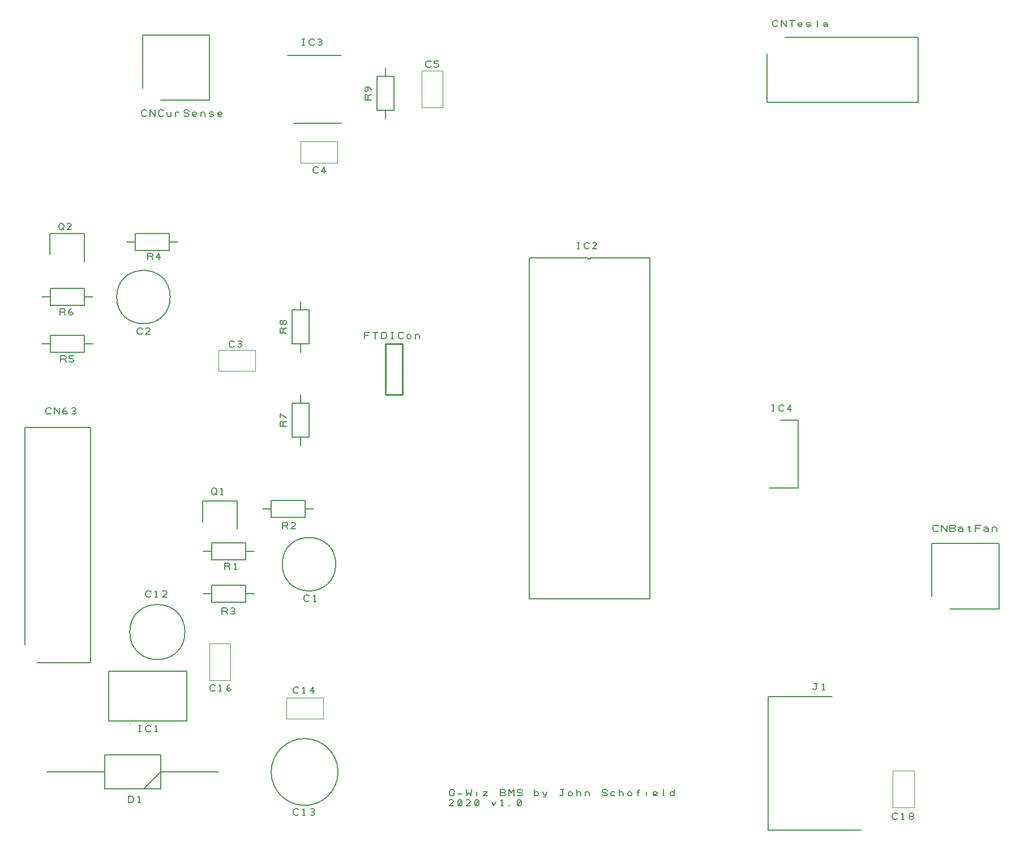
<source format=gbr>
G04 DesignSpark PCB Gerber Version 9.0 Build 5138 *
%FSLAX35Y35*%
%MOIN*%
%ADD103C,0.00394*%
%ADD101C,0.00500*%
%ADD102C,0.00787*%
%ADD10C,0.01000*%
X0Y0D02*
D02*
D10*
X233100Y270659D02*
Y300659D01*
X223100*
Y270659*
X233100*
D02*
D101*
X20600Y300659D02*
X25600D01*
X26225Y259722D02*
X25913Y259409D01*
X25287Y259096*
X24350*
X23725Y259409*
X23413Y259722*
X23100Y260346*
Y261596*
X23413Y262222*
X23725Y262534*
X24350Y262846*
X25287*
X25913Y262534*
X26225Y262222*
X28100Y259096D02*
Y262846D01*
X31225Y259096*
Y262846*
X33100Y260034D02*
X33413Y260659D01*
X34037Y260972*
X34663*
X35287Y260659*
X35600Y260034*
X35287Y259409*
X34663Y259096*
X34037*
X33413Y259409*
X33100Y260034*
Y260972*
X33413Y261909*
X34037Y262534*
X34663Y262846*
X38413Y259409D02*
X39037Y259096D01*
X39663*
X40287Y259409*
X40600Y260034*
X40287Y260659*
X39663Y260972*
X39037*
X39663D02*
X40287Y261284D01*
X40600Y261909*
X40287Y262534*
X39663Y262846*
X39037*
X38413Y262534*
X25600Y295659D02*
Y305659D01*
X45600*
Y295659*
X25600*
Y328159D02*
X20600D01*
X30600Y369165D02*
Y370415D01*
X30913Y371041*
X31225Y371353*
X31850Y371665*
X32475*
X33100Y371353*
X33413Y371041*
X33725Y370415*
Y369165*
X33413Y368541*
X33100Y368228*
X32475Y367915*
X31850*
X31225Y368228*
X30913Y368541*
X30600Y369165*
X32787Y368853D02*
X33725Y367915D01*
X38100D02*
X35600D01*
X37787Y370103*
X38100Y370728*
X37787Y371353*
X37163Y371665*
X36225*
X35600Y371353*
X31407Y317522D02*
Y321272D01*
X33594*
X34220Y320959*
X34532Y320334*
X34220Y319709*
X33594Y319397*
X31407*
X33594D02*
X34532Y317522D01*
X36407Y318459D02*
X36720Y319084D01*
X37344Y319397*
X37970*
X38594Y319084*
X38907Y318459*
X38594Y317834*
X37970Y317522*
X37344*
X36720Y317834*
X36407Y318459*
Y319397*
X36720Y320334*
X37344Y320959*
X37970Y321272*
X31850Y289805D02*
Y293555D01*
X34037*
X34663Y293243*
X34975Y292618*
X34663Y291993*
X34037Y291680*
X31850*
X34037D02*
X34975Y289805D01*
X36850Y290118D02*
X37475Y289805D01*
X38413*
X39037Y290118*
X39350Y290743*
Y291055*
X39037Y291680*
X38413Y291993*
X36850*
Y293555*
X39350*
X45600Y300659D02*
X50600D01*
X45600Y333159D02*
Y323159D01*
X25600*
Y333159*
X45600*
X50600Y328159D02*
X45600D01*
X71722Y30278D02*
Y34028D01*
X73597*
X74222Y33715*
X74535Y33403*
X74847Y32778*
Y31528*
X74535Y30903*
X74222Y30590*
X73597Y30278*
X71722*
X77347D02*
X78597D01*
X77972D02*
Y34028D01*
X77347Y33403*
X75738Y360659D02*
X70738D01*
X77699Y71852D02*
X78949D01*
X78324D02*
Y75602D01*
X77699D02*
X78949D01*
X84887Y72478D02*
X84574Y72165D01*
X83949Y71852*
X83011*
X82387Y72165*
X82074Y72478*
X81761Y73102*
Y74352*
X82074Y74978*
X82387Y75290*
X83011Y75602*
X83949*
X84574Y75290*
X84887Y74978*
X87387Y71852D02*
X88637D01*
X88011D02*
Y75602D01*
X87387Y74978*
X79887Y306808D02*
X79574Y306496D01*
X78949Y306183*
X78011*
X77387Y306496*
X77074Y306808*
X76761Y307433*
Y308683*
X77074Y309308*
X77387Y309621*
X78011Y309933*
X78949*
X79574Y309621*
X79887Y309308*
X84261Y306183D02*
X81761D01*
X83949Y308371*
X84261Y308996*
X83949Y309621*
X83324Y309933*
X82387*
X81761Y309621*
X82406Y435312D02*
X82094Y435000D01*
X81469Y434687*
X80531*
X79906Y435000*
X79594Y435312*
X79281Y435937*
Y437187*
X79594Y437812*
X79906Y438125*
X80531Y438437*
X81469*
X82094Y438125*
X82406Y437812*
X84281Y434687D02*
Y438437D01*
X87406Y434687*
Y438437*
X92406Y435312D02*
X92094Y435000D01*
X91469Y434687*
X90531*
X89906Y435000*
X89594Y435312*
X89281Y435937*
Y437187*
X89594Y437812*
X89906Y438125*
X90531Y438437*
X91469*
X92094Y438125*
X92406Y437812*
X94281Y437187D02*
Y435625D01*
X94594Y435000*
X95219Y434687*
X95844*
X96469Y435000*
X96781Y435625*
Y437187D02*
Y434687D01*
X99281D02*
Y437187D01*
Y436250D02*
X99594Y436875D01*
X100219Y437187*
X100844*
X101469Y436875*
X104281Y435625D02*
X104594Y435000D01*
X105219Y434687*
X106469*
X107094Y435000*
X107406Y435625*
X107094Y436250*
X106469Y436562*
X105219*
X104594Y436875*
X104281Y437500*
X104594Y438125*
X105219Y438437*
X106469*
X107094Y438125*
X107406Y437500*
X111781Y435000D02*
X111469Y434687D01*
X110844*
X110219*
X109594Y435000*
X109281Y435625*
Y436562*
X109594Y436875*
X110219Y437187*
X110844*
X111469Y436875*
X111781Y436562*
Y436250*
X111469Y435937*
X110844Y435625*
X110219*
X109594Y435937*
X109281Y436250*
X114281Y434687D02*
Y437187D01*
Y436250D02*
X114594Y436875D01*
X115219Y437187*
X115844*
X116469Y436875*
X116781Y436250*
Y434687*
X119281Y435000D02*
X119906Y434687D01*
X121156*
X121781Y435000*
Y435625*
X121156Y435937*
X119906*
X119281Y436250*
Y436875*
X119906Y437187*
X121156*
X121781Y436875*
X126781Y435000D02*
X126469Y434687D01*
X125844*
X125219*
X124594Y435000*
X124281Y435625*
Y436562*
X124594Y436875*
X125219Y437187*
X125844*
X126469Y436875*
X126781Y436562*
Y436250*
X126469Y435937*
X125844Y435625*
X125219*
X124594Y435937*
X124281Y436250*
X84926Y151848D02*
X84613Y151535D01*
X83988Y151222*
X83051*
X82426Y151535*
X82113Y151848*
X81801Y152472*
Y153722*
X82113Y154348*
X82426Y154660*
X83051Y154972*
X83988*
X84613Y154660*
X84926Y154348*
X87426Y151222D02*
X88676D01*
X88051D02*
Y154972D01*
X87426Y154348*
X94301Y151222D02*
X91801D01*
X93988Y153410*
X94301Y154035*
X93988Y154660*
X93363Y154972*
X92426*
X91801Y154660*
X83100Y350278D02*
Y354028D01*
X85287*
X85913Y353715*
X86225Y353090*
X85913Y352465*
X85287Y352153*
X83100*
X85287D02*
X86225Y350278D01*
X89663D02*
Y354028D01*
X88100Y351528*
X90600*
X95738Y365659D02*
Y355659D01*
X75738*
Y365659*
X95738*
X100738Y360659D02*
X95738D01*
X115600Y153159D02*
X120600D01*
X122721Y96415D02*
X122409Y96102D01*
X121783Y95789*
X120846*
X120221Y96102*
X119909Y96415*
X119596Y97039*
Y98289*
X119909Y98915*
X120221Y99227*
X120846Y99539*
X121783*
X122409Y99227*
X122721Y98915*
X125221Y95789D02*
X126471D01*
X125846D02*
Y99539D01*
X125221Y98915*
X129596Y96727D02*
X129909Y97352D01*
X130533Y97665*
X131159*
X131783Y97352*
X132096Y96727*
X131783Y96102*
X131159Y95789*
X130533*
X129909Y96102*
X129596Y96727*
Y97665*
X129909Y98602*
X130533Y99227*
X131159Y99539*
X120600Y148159D02*
Y158159D01*
X140600*
Y148159*
X120600*
Y178159D02*
X115600D01*
X120600Y212945D02*
Y214195D01*
X120913Y214820*
X121225Y215133*
X121850Y215445*
X122475*
X123100Y215133*
X123413Y214820*
X123725Y214195*
Y212945*
X123413Y212320*
X123100Y212007*
X122475Y211695*
X121850*
X121225Y212007*
X120913Y212320*
X120600Y212945*
X122787Y212633D02*
X123725Y211695D01*
X126225D02*
X127475D01*
X126850D02*
Y215445D01*
X126225Y214820*
X126850Y141144D02*
Y144894D01*
X129037*
X129663Y144581*
X129975Y143956*
X129663Y143331*
X129037Y143019*
X126850*
X129037D02*
X129975Y141144D01*
X132163Y141456D02*
X132787Y141144D01*
X133413*
X134037Y141456*
X134350Y142081*
X134037Y142706*
X133413Y143019*
X132787*
X133413D02*
X134037Y143331D01*
X134350Y143956*
X134037Y144581*
X133413Y144894*
X132787*
X132163Y144581*
X128415Y167600D02*
Y171350D01*
X130602*
X131228Y171038*
X131540Y170413*
X131228Y169788*
X130602Y169476*
X128415*
X130602D02*
X131540Y167600D01*
X134040D02*
X135290D01*
X134665D02*
Y171350D01*
X134040Y170726*
X134060Y299249D02*
X133747Y298937D01*
X133122Y298624*
X132185*
X131560Y298937*
X131247Y299249*
X130935Y299874*
Y301124*
X131247Y301749*
X131560Y302062*
X132185Y302374*
X133122*
X133747Y302062*
X134060Y301749*
X136247Y298937D02*
X136872Y298624D01*
X137497*
X138122Y298937*
X138435Y299562*
X138122Y300187*
X137497Y300499*
X136872*
X137497D02*
X138122Y300812D01*
X138435Y301437*
X138122Y302062*
X137497Y302374*
X136872*
X136247Y302062*
X140600Y153159D02*
X145600D01*
X140600Y183159D02*
Y173159D01*
X120600*
Y183159*
X140600*
X145600Y178159D02*
X140600D01*
X155600Y203159D02*
X150600D01*
X162431Y191537D02*
Y195287D01*
X164618*
X165243Y194975*
X165556Y194350*
X165243Y193725*
X164618Y193413*
X162431*
X164618D02*
X165556Y191537D01*
X169931D02*
X167431D01*
X169618Y193725*
X169931Y194350*
X169618Y194975*
X168993Y195287*
X168056*
X167431Y194975*
X164663Y251909D02*
X160913D01*
Y254096*
X161225Y254722*
X161850Y255034*
X162475Y254722*
X162787Y254096*
Y251909*
Y254096D02*
X164663Y255034D01*
Y256909D02*
X160913Y259409D01*
Y256909*
X164663Y306909D02*
X160913D01*
Y309096*
X161225Y309722*
X161850Y310034*
X162475Y309722*
X162787Y309096*
Y306909*
Y309096D02*
X164663Y310034D01*
X162787Y312846D02*
Y313472D01*
X162475Y314096*
X161850Y314409*
X161225Y314096*
X160913Y313472*
Y312846*
X161225Y312222*
X161850Y311909*
X162475Y312222*
X162787Y312846*
X163100Y312222*
X163725Y311909*
X164350Y312222*
X164663Y312846*
Y313472*
X164350Y314096*
X163725Y314409*
X163100Y314096*
X162787Y313472*
X171855Y23344D02*
X171543Y23031D01*
X170917Y22719*
X169980*
X169355Y23031*
X169043Y23344*
X168730Y23969*
Y25219*
X169043Y25844*
X169355Y26156*
X169980Y26469*
X170917*
X171543Y26156*
X171855Y25844*
X174355Y22719D02*
X175605D01*
X174980D02*
Y26469D01*
X174355Y25844*
X179043Y23031D02*
X179667Y22719D01*
X180293*
X180917Y23031*
X181230Y23656*
X180917Y24281*
X180293Y24594*
X179667*
X180293D02*
X180917Y24906D01*
X181230Y25531*
X180917Y26156*
X180293Y26469*
X179667*
X179043Y26156*
X171855Y95155D02*
X171543Y94842D01*
X170917Y94530*
X169980*
X169355Y94842*
X169043Y95155*
X168730Y95780*
Y97030*
X169043Y97655*
X169355Y97967*
X169980Y98280*
X170917*
X171543Y97967*
X171855Y97655*
X174355Y94530D02*
X175605D01*
X174980D02*
Y98280D01*
X174355Y97655*
X180293Y94530D02*
Y98280D01*
X178730Y95780*
X181230*
X173100Y240659D02*
Y245659D01*
Y265659D02*
Y270659D01*
Y295659D02*
Y300659D01*
Y320659D02*
Y325659D01*
X174037Y476596D02*
X175287D01*
X174663D02*
Y480346D01*
X174037D02*
X175287D01*
X181225Y477222D02*
X180913Y476909D01*
X180287Y476596*
X179350*
X178725Y476909*
X178413Y477222*
X178100Y477846*
Y479096*
X178413Y479722*
X178725Y480034*
X179350Y480346*
X180287*
X180913Y480034*
X181225Y479722*
X183413Y476909D02*
X184037Y476596D01*
X184663*
X185287Y476909*
X185600Y477534*
X185287Y478159*
X184663Y478472*
X184037*
X184663D02*
X185287Y478784D01*
X185600Y479409*
X185287Y480034*
X184663Y480346*
X184037*
X183413Y480034*
X178154Y149328D02*
X177842Y149015D01*
X177217Y148703*
X176279*
X175654Y149015*
X175342Y149328*
X175029Y149953*
Y151203*
X175342Y151828*
X175654Y152141*
X176279Y152453*
X177217*
X177842Y152141*
X178154Y151828*
X180654Y148703D02*
X181904D01*
X181279D02*
Y152453D01*
X180654Y151828*
X175600Y208159D02*
Y198159D01*
X155600*
Y208159*
X175600*
X178100Y245659D02*
X168100D01*
Y265659*
X178100*
Y245659*
Y300659D02*
X168100D01*
Y320659*
X178100*
Y300659*
X183528Y401749D02*
X183216Y401437D01*
X182591Y401124*
X181653*
X181028Y401437*
X180716Y401749*
X180403Y402374*
Y403624*
X180716Y404249*
X181028Y404562*
X181653Y404874*
X182591*
X183216Y404562*
X183528Y404249*
X186966Y401124D02*
Y404874D01*
X185403Y402374*
X187903*
X180600Y203159D02*
X175600D01*
X210600Y303663D02*
Y307413D01*
X213725*
X213100Y305539D02*
X210600D01*
X217163Y303663D02*
Y307413D01*
X215600D02*
X218725D01*
X220600Y303663D02*
Y307413D01*
X222475*
X223100Y307101*
X223413Y306789*
X223725Y306163*
Y304913*
X223413Y304289*
X223100Y303976*
X222475Y303663*
X220600*
X226537D02*
X227787D01*
X227163D02*
Y307413D01*
X226537D02*
X227787D01*
X233725Y304289D02*
X233413Y303976D01*
X232787Y303663*
X231850*
X231225Y303976*
X230913Y304289*
X230600Y304913*
Y306163*
X230913Y306789*
X231225Y307101*
X231850Y307413*
X232787*
X233413Y307101*
X233725Y306789*
X235600Y304601D02*
X235913Y303976D01*
X236537Y303663*
X237163*
X237787Y303976*
X238100Y304601*
Y305226*
X237787Y305851*
X237163Y306163*
X236537*
X235913Y305851*
X235600Y305226*
Y304601*
X240600Y303663D02*
Y306163D01*
Y305226D02*
X240913Y305851D01*
X241537Y306163*
X242163*
X242787Y305851*
X243100Y305226*
Y303663*
X214663Y444409D02*
X210913D01*
Y446596*
X211225Y447222*
X211850Y447534*
X212475Y447222*
X212787Y446596*
Y444409*
Y446596D02*
X214663Y447534D01*
Y450346D02*
X214350Y450972D01*
X213725Y451596*
X212787Y451909*
X211850*
X211225Y451596*
X210913Y450972*
Y450346*
X211225Y449722*
X211850Y449409*
X212475Y449722*
X212787Y450346*
Y450972*
X212475Y451596*
X211850Y451909*
X223100Y433159D02*
Y438159D01*
Y458159D02*
Y463159D01*
X228100Y438159D02*
X218100D01*
Y458159*
X228100*
Y438159*
X249965Y464289D02*
X249653Y463976D01*
X249028Y463663*
X248090*
X247465Y463976*
X247153Y464289*
X246840Y464913*
Y466163*
X247153Y466789*
X247465Y467101*
X248090Y467413*
X249028*
X249653Y467101*
X249965Y466789*
X251840Y463976D02*
X252465Y463663D01*
X253403*
X254028Y463976*
X254340Y464601*
Y464913*
X254028Y465539*
X253403Y465851*
X251840*
Y467413*
X254340*
X262787Y35659D02*
X263725D01*
Y35346*
X263413Y34722*
X263100Y34409*
X262475Y34096*
X261850*
X261225Y34409*
X260913Y34722*
X260600Y35346*
Y36596*
X260913Y37222*
X261225Y37534*
X261850Y37846*
X262475*
X263100Y37534*
X263413Y37222*
X263725Y36596*
X265600Y35346D02*
X268100D01*
X270600Y37846D02*
X270913Y34096D01*
X272163Y35972*
X273413Y34096*
X273725Y37846*
X276850Y34096D02*
Y36596D01*
Y37534D02*
X280600Y36596*
X283100D01*
X280600Y34096*
X283100*
X292787Y35972D02*
X293413Y35659D01*
X293725Y35034*
X293413Y34409*
X292787Y34096*
X290600*
Y37846*
X292787*
X293413Y37534*
X293725Y36909*
X293413Y36284*
X292787Y35972*
X290600*
X295600Y34096D02*
Y37846D01*
X297163Y35972*
X298725Y37846*
Y34096*
X300600Y35034D02*
X300913Y34409D01*
X301537Y34096*
X302787*
X303413Y34409*
X303725Y35034*
X303413Y35659*
X302787Y35972*
X301537*
X300913Y36284*
X300600Y36909*
X300913Y37534*
X301537Y37846*
X302787*
X303413Y37534*
X303725Y36909*
X310600Y35034D02*
X310913Y34409D01*
X311537Y34096*
X312163*
X312787Y34409*
X313100Y35034*
Y35659*
X312787Y36284*
X312163Y36596*
X311537*
X310913Y36284*
X310600Y35659*
Y34096D02*
Y37846D01*
X315600Y36596D02*
X315913Y35346D01*
X316537Y34722*
X317163*
X317787Y35346*
X318100Y36596*
X317787Y35346D02*
X317475Y34096D01*
X317163Y33472*
X316537Y33159*
X315913Y33472*
X325600Y34722D02*
X325913Y34409D01*
X326537Y34096*
X327163Y34409*
X327475Y34722*
Y37846*
X328100*
X327475D02*
X326225D01*
X330600Y35034D02*
X330913Y34409D01*
X331537Y34096*
X332163*
X332787Y34409*
X333100Y35034*
Y35659*
X332787Y36284*
X332163Y36596*
X331537*
X330913Y36284*
X330600Y35659*
Y35034*
X335600Y34096D02*
Y37846D01*
Y35659D02*
X335913Y36284D01*
X336537Y36596*
X337163*
X337787Y36284*
X338100Y35659*
Y34096*
X340600D02*
Y36596D01*
Y35659D02*
X340913Y36284D01*
X341537Y36596*
X342163*
X342787Y36284*
X343100Y35659*
Y34096*
X350600Y35034D02*
X350913Y34409D01*
X351537Y34096*
X352787*
X353413Y34409*
X353725Y35034*
X353413Y35659*
X352787Y35972*
X351537*
X350913Y36284*
X350600Y36909*
X350913Y37534*
X351537Y37846*
X352787*
X353413Y37534*
X353725Y36909*
X358100Y36284D02*
X357475Y36596D01*
X356537*
X355913Y36284*
X355600Y35659*
Y35034*
X355913Y34409*
X356537Y34096*
X357475*
X358100Y34409*
X360600Y34096D02*
Y37846D01*
Y35659D02*
X360913Y36284D01*
X361537Y36596*
X362163*
X362787Y36284*
X363100Y35659*
Y34096*
X365600Y35034D02*
X365913Y34409D01*
X366537Y34096*
X367163*
X367787Y34409*
X368100Y35034*
Y35659*
X367787Y36284*
X367163Y36596*
X366537*
X365913Y36284*
X365600Y35659*
Y35034*
X371850Y34096D02*
Y37222D01*
X372163Y37534*
X372475*
X372787Y37222*
X371225Y36284D02*
X372475D01*
X376850Y34096D02*
Y36596D01*
Y37534D02*
X383100Y34409*
X382787Y34096D01*
X382163*
X381537*
X380913Y34409*
X380600Y35034*
Y35972*
X380913Y36284*
X381537Y36596*
X382163*
X382787Y36284*
X383100Y35972*
Y35659*
X382787Y35346*
X382163Y35034*
X381537*
X380913Y35346*
X380600Y35659*
X387163Y34096D02*
X386850D01*
Y37846*
X393100Y35659D02*
X392787Y36284D01*
X392163Y36596*
X391537*
X390913Y36284*
X390600Y35659*
Y35034*
X390913Y34409*
X391537Y34096*
X392163*
X392787Y34409*
X393100Y35034*
Y34096D02*
Y37846D01*
X263100Y28096D02*
X260600D01*
X262787Y30284*
X263100Y30909*
X262787Y31534*
X262163Y31846*
X261225*
X260600Y31534*
X265913Y28409D02*
X266537Y28096D01*
X267163*
X267787Y28409*
X268100Y29034*
Y30909*
X267787Y31534*
X267163Y31846*
X266537*
X265913Y31534*
X265600Y30909*
Y29034*
X265913Y28409*
X267787Y31534*
X273100Y28096D02*
X270600D01*
X272787Y30284*
X273100Y30909*
X272787Y31534*
X272163Y31846*
X271225*
X270600Y31534*
X275913Y28409D02*
X276537Y28096D01*
X277163*
X277787Y28409*
X278100Y29034*
Y30909*
X277787Y31534*
X277163Y31846*
X276537*
X275913Y31534*
X275600Y30909*
Y29034*
X275913Y28409*
X277787Y31534*
X285600Y30596D02*
X286850Y28096D01*
X288100Y30596*
X291225Y28096D02*
X292475D01*
X291850D02*
Y31846D01*
X291225Y31222*
X295913Y28096D02*
X296225Y28409D01*
X295913Y28722*
X295600Y28409*
X295913Y28096*
X300913Y28409D02*
X301537Y28096D01*
X302163*
X302787Y28409*
X303100Y29034*
Y30909*
X302787Y31534*
X302163Y31846*
X301537*
X300913Y31534*
X300600Y30909*
Y29034*
X300913Y28409*
X302787Y31534*
X335967Y356596D02*
X337217D01*
X336592D02*
Y360346D01*
X335967D02*
X337217D01*
X343154Y357222D02*
X342842Y356909D01*
X342217Y356596*
X341279*
X340654Y356909*
X340342Y357222*
X340029Y357846*
Y359096*
X340342Y359722*
X340654Y360034*
X341279Y360346*
X342217*
X342842Y360034*
X343154Y359722*
X347529Y356596D02*
X345029D01*
X347217Y358784*
X347529Y359409*
X347217Y360034*
X346592Y360346*
X345654*
X345029Y360034*
X378600Y351159D02*
Y150159D01*
X307600*
Y351159*
X342475*
Y350534*
X343725*
Y351159*
X378600*
X450612Y260829D02*
X451862D01*
X451237D02*
Y264579D01*
X450612D02*
X451862D01*
X457800Y261454D02*
X457487Y261141D01*
X456862Y260829*
X455925*
X455300Y261141*
X454987Y261454*
X454675Y262079*
Y263329*
X454987Y263954*
X455300Y264267*
X455925Y264579*
X456862*
X457487Y264267*
X457800Y263954*
X461237Y260829D02*
Y264579D01*
X459675Y262079*
X462175*
X454119Y488107D02*
X453806Y487795D01*
X453181Y487482*
X452244*
X451619Y487795*
X451306Y488107*
X450994Y488732*
Y489982*
X451306Y490607*
X451619Y490920*
X452244Y491232*
X453181*
X453806Y490920*
X454119Y490607*
X455994Y487482D02*
Y491232D01*
X459119Y487482*
Y491232*
X462556Y487482D02*
Y491232D01*
X460994D02*
X464119D01*
X468494Y487795D02*
X468181Y487482D01*
X467556*
X466931*
X466306Y487795*
X465994Y488420*
Y489357*
X466306Y489670*
X466931Y489982*
X467556*
X468181Y489670*
X468494Y489357*
Y489045*
X468181Y488732*
X467556Y488420*
X466931*
X466306Y488732*
X465994Y489045*
X470994Y487795D02*
X471619Y487482D01*
X472869*
X473494Y487795*
Y488420*
X472869Y488732*
X471619*
X470994Y489045*
Y489670*
X471619Y489982*
X472869*
X473494Y489670*
X477556Y487482D02*
X477244D01*
Y491232*
X480994Y489670D02*
X481619Y489982D01*
X482556*
X483181Y489670*
X483494Y489045*
Y488107*
X483181Y487795*
X482556Y487482*
X481931*
X481306Y487795*
X480994Y488107*
Y488420*
X481306Y488732*
X481931Y489045*
X482556*
X483181Y488732*
X483494Y488420*
Y488107D02*
Y487482D01*
X474872Y97222D02*
X475184Y96909D01*
X475809Y96596*
X476434Y96909*
X476747Y97222*
Y100346*
X477372*
X476747D02*
X475497D01*
X480497Y96596D02*
X481747D01*
X481122D02*
Y100346D01*
X480497Y99722*
X524611Y20824D02*
X524298Y20511D01*
X523673Y20199*
X522736*
X522111Y20511*
X521798Y20824*
X521486Y21449*
Y22699*
X521798Y23324*
X522111Y23637*
X522736Y23949*
X523673*
X524298Y23637*
X524611Y23324*
X527111Y20199D02*
X528361D01*
X527736D02*
Y23949D01*
X527111Y23324*
X532423Y22074D02*
X533048D01*
X533673Y22387*
X533986Y23011*
X533673Y23637*
X533048Y23949*
X532423*
X531798Y23637*
X531486Y23011*
X531798Y22387*
X532423Y22074*
X531798Y21761*
X531486Y21137*
X531798Y20511*
X532423Y20199*
X533048*
X533673Y20511*
X533986Y21137*
X533673Y21761*
X533048Y22074*
X548627Y190607D02*
X548314Y190295D01*
X547689Y189982*
X546752*
X546127Y190295*
X545814Y190607*
X545502Y191232*
Y192482*
X545814Y193107*
X546127Y193420*
X546752Y193732*
X547689*
X548314Y193420*
X548627Y193107*
X550502Y189982D02*
Y193732D01*
X553627Y189982*
Y193732*
X557689Y191857D02*
X558314Y191545D01*
X558627Y190920*
X558314Y190295*
X557689Y189982*
X555502*
Y193732*
X557689*
X558314Y193420*
X558627Y192795*
X558314Y192170*
X557689Y191857*
X555502*
X560502Y192170D02*
X561127Y192482D01*
X562064*
X562689Y192170*
X563002Y191545*
Y190607*
X562689Y190295*
X562064Y189982*
X561439*
X560814Y190295*
X560502Y190607*
Y190920*
X560814Y191232*
X561439Y191545*
X562064*
X562689Y191232*
X563002Y190920*
Y190607D02*
Y189982D01*
X566022Y192482D02*
X567481D01*
X566752Y193107D02*
Y190295D01*
X567064Y189982*
X567377*
X567689Y190295*
X570502Y189982D02*
Y193732D01*
X573627*
X573002Y191857D02*
X570502D01*
X575502Y192170D02*
X576127Y192482D01*
X577064*
X577689Y192170*
X578002Y191545*
Y190607*
X577689Y190295*
X577064Y189982*
X576439*
X575814Y190295*
X575502Y190607*
Y190920*
X575814Y191232*
X576439Y191545*
X577064*
X577689Y191232*
X578002Y190920*
Y190607D02*
Y189982D01*
X580502D02*
Y192482D01*
Y191545D02*
X580814Y192170D01*
X581439Y192482*
X582064*
X582689Y192170*
X583002Y191545*
Y189982*
D02*
D102*
X10817Y123159D02*
Y251112D01*
X49399*
Y112529*
X18100*
X45856Y349065D02*
Y365561D01*
X25344*
Y353159*
X57864Y48159D02*
X23809D01*
X60108Y107687D02*
Y78159D01*
X106092*
Y107687*
X60108*
X72470Y130659D02*
G75*
G02X104950I16240D01*
G01*
X72470D02*
G75*
G02X104950I16240D01*
G01*
G75*
G02X72470I-16240*
G01*
X72958Y76348D02*
G75*
G02X72754I-102D01*
G01*
X72958D02*
G75*
G02X72754I-102D01*
G01*
G75*
G02X72958I102*
G01*
X80797Y38218D02*
X90738Y48159D01*
X124793*
X90600Y444104D02*
X119340D01*
Y482687*
X79970*
Y451387*
X90738Y38218D02*
X57864D01*
Y58100*
X90738*
Y38218*
X96269Y328159D02*
G75*
G02X64773I-15748D01*
G01*
X96269D02*
G75*
G02X64773I-15748D01*
G01*
G75*
G02X96269I15748*
G01*
X135856Y191565D02*
Y208061D01*
X115344*
Y195659*
X165443Y470659D02*
X197100D01*
X169100Y430659D02*
X197100D01*
X193769Y170659D02*
G75*
G02X162273I-15748D01*
G01*
X193769D02*
G75*
G02X162273I-15748D01*
G01*
G75*
G02X193769I15748*
G01*
X195128Y48159D02*
G75*
G02X155757I-19685D01*
G01*
X195128D02*
G75*
G02X155757I-19685D01*
G01*
G75*
G02X195128I19685*
G01*
X448907Y215580D02*
X466230D01*
Y255738*
X455600*
X458494Y481387D02*
X536840D01*
Y442805*
X447864*
Y471545*
X503100Y13927D02*
X448336D01*
Y92667*
X486013*
X555502Y144261D02*
X584242D01*
Y182844*
X544872*
Y151545*
D02*
D103*
X124694Y296860D02*
X146348D01*
Y284458*
X124694*
Y296860*
X131801Y124065D02*
Y102411D01*
X119399*
Y124065*
X131801*
X164694Y91860D02*
X186348D01*
Y79458*
X164694*
Y91860*
X194793Y407391D02*
X173139D01*
Y419793*
X194793*
Y407391*
X256801Y461565D02*
Y439911D01*
X244399*
Y461565*
X256801*
X521899Y27254D02*
Y48907D01*
X534301*
Y27254*
X521899*
X0Y0D02*
M02*

</source>
